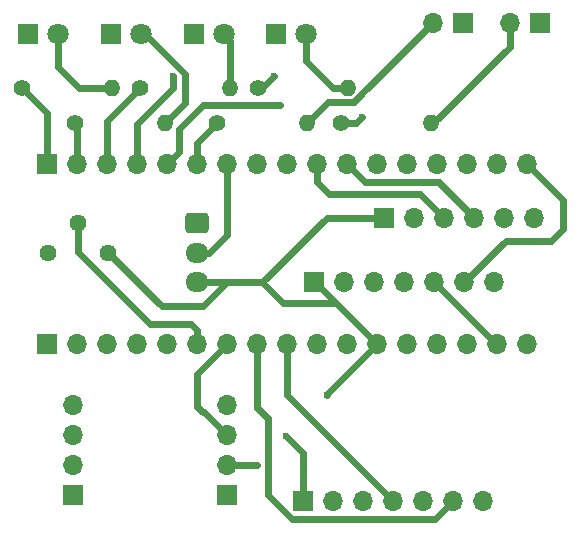
<source format=gbr>
%TF.GenerationSoftware,KiCad,Pcbnew,8.0.8*%
%TF.CreationDate,2025-03-12T17:16:12-06:00*%
%TF.ProjectId,Final_Project_Space_PCB,46696e61-6c5f-4507-926f-6a6563745f53,rev?*%
%TF.SameCoordinates,Original*%
%TF.FileFunction,Copper,L1,Top*%
%TF.FilePolarity,Positive*%
%FSLAX46Y46*%
G04 Gerber Fmt 4.6, Leading zero omitted, Abs format (unit mm)*
G04 Created by KiCad (PCBNEW 8.0.8) date 2025-03-12 17:16:12*
%MOMM*%
%LPD*%
G01*
G04 APERTURE LIST*
G04 Aperture macros list*
%AMRoundRect*
0 Rectangle with rounded corners*
0 $1 Rounding radius*
0 $2 $3 $4 $5 $6 $7 $8 $9 X,Y pos of 4 corners*
0 Add a 4 corners polygon primitive as box body*
4,1,4,$2,$3,$4,$5,$6,$7,$8,$9,$2,$3,0*
0 Add four circle primitives for the rounded corners*
1,1,$1+$1,$2,$3*
1,1,$1+$1,$4,$5*
1,1,$1+$1,$6,$7*
1,1,$1+$1,$8,$9*
0 Add four rect primitives between the rounded corners*
20,1,$1+$1,$2,$3,$4,$5,0*
20,1,$1+$1,$4,$5,$6,$7,0*
20,1,$1+$1,$6,$7,$8,$9,0*
20,1,$1+$1,$8,$9,$2,$3,0*%
G04 Aperture macros list end*
%TA.AperFunction,ComponentPad*%
%ADD10R,1.800000X1.800000*%
%TD*%
%TA.AperFunction,ComponentPad*%
%ADD11C,1.800000*%
%TD*%
%TA.AperFunction,ComponentPad*%
%ADD12C,1.400000*%
%TD*%
%TA.AperFunction,ComponentPad*%
%ADD13O,1.400000X1.400000*%
%TD*%
%TA.AperFunction,ComponentPad*%
%ADD14R,1.700000X1.700000*%
%TD*%
%TA.AperFunction,ComponentPad*%
%ADD15O,1.700000X1.700000*%
%TD*%
%TA.AperFunction,ComponentPad*%
%ADD16C,1.440000*%
%TD*%
%TA.AperFunction,ComponentPad*%
%ADD17RoundRect,0.250000X-0.725000X0.600000X-0.725000X-0.600000X0.725000X-0.600000X0.725000X0.600000X0*%
%TD*%
%TA.AperFunction,ComponentPad*%
%ADD18O,1.950000X1.700000*%
%TD*%
%TA.AperFunction,ViaPad*%
%ADD19C,0.600000*%
%TD*%
%TA.AperFunction,Conductor*%
%ADD20C,0.600000*%
%TD*%
G04 APERTURE END LIST*
D10*
%TO.P,D3,1,K*%
%TO.N,GND*%
X116225000Y-72500000D03*
D11*
%TO.P,D3,2,A*%
%TO.N,Net-(D3-A)*%
X118765000Y-72500000D03*
%TD*%
D12*
%TO.P,R4,1*%
%TO.N,/\u002AD9*%
X121690000Y-77000000D03*
D13*
%TO.P,R4,2*%
%TO.N,Net-(D4-A)*%
X129310000Y-77000000D03*
%TD*%
D10*
%TO.P,D4,1,K*%
%TO.N,GND*%
X123225000Y-72500000D03*
D11*
%TO.P,D4,2,A*%
%TO.N,Net-(D4-A)*%
X125765000Y-72500000D03*
%TD*%
D14*
%TO.P,J4,1,Pin_1*%
%TO.N,GND*%
X139000000Y-71500000D03*
D15*
%TO.P,J4,2,Pin_2*%
%TO.N,Net-(J4-Pin_2)*%
X136460000Y-71500000D03*
%TD*%
D14*
%TO.P,J9,1,Pin_1*%
%TO.N,unconnected-(J9-Pin_1-Pad1)*%
X119000000Y-111500000D03*
D15*
%TO.P,J9,2,Pin_2*%
%TO.N,+5V*%
X119000000Y-108960000D03*
%TO.P,J9,3,Pin_3*%
%TO.N,/A3*%
X119000000Y-106420000D03*
%TO.P,J9,4,Pin_4*%
%TO.N,GND*%
X119000000Y-103880000D03*
%TD*%
D14*
%TO.P,J6,1,Pin_1*%
%TO.N,+5V*%
X125460000Y-112000000D03*
D15*
%TO.P,J6,2,Pin_2*%
%TO.N,unconnected-(J6-Pin_2-Pad2)*%
X128000000Y-112000000D03*
%TO.P,J6,3,Pin_3*%
%TO.N,GND*%
X130540000Y-112000000D03*
%TO.P,J6,4,Pin_4*%
%TO.N,/A5*%
X133080000Y-112000000D03*
%TO.P,J6,5,Pin_5*%
%TO.N,unconnected-(J6-Pin_5-Pad5)*%
X135620000Y-112000000D03*
%TO.P,J6,6,Pin_6*%
%TO.N,/A4*%
X138160000Y-112000000D03*
%TO.P,J6,7,Pin_7*%
%TO.N,unconnected-(J6-Pin_7-Pad7)*%
X140700000Y-112000000D03*
%TD*%
D12*
%TO.P,R1,1*%
%TO.N,/D12*%
X101690000Y-77000000D03*
D13*
%TO.P,R1,2*%
%TO.N,Net-(D1-A)*%
X109310000Y-77000000D03*
%TD*%
D16*
%TO.P,RV1,1,1*%
%TO.N,+5V*%
X109000000Y-91000000D03*
%TO.P,RV1,2,2*%
%TO.N,/A2*%
X106460000Y-88460000D03*
%TO.P,RV1,3,3*%
%TO.N,GND*%
X103920000Y-91000000D03*
%TD*%
D10*
%TO.P,D1,1,K*%
%TO.N,GND*%
X102225000Y-72500000D03*
D11*
%TO.P,D1,2,A*%
%TO.N,Net-(D1-A)*%
X104765000Y-72500000D03*
%TD*%
D14*
%TO.P,J3,1,Pin_1*%
%TO.N,GND*%
X145500000Y-71500000D03*
D15*
%TO.P,J3,2,Pin_2*%
%TO.N,Net-(J3-Pin_2)*%
X142960000Y-71500000D03*
%TD*%
D12*
%TO.P,R6,1*%
%TO.N,/D7*%
X118190000Y-80000000D03*
D13*
%TO.P,R6,2*%
%TO.N,Net-(J4-Pin_2)*%
X125810000Y-80000000D03*
%TD*%
D14*
%TO.P,J7,1,Pin_1*%
%TO.N,+5V*%
X132340000Y-88000000D03*
D15*
%TO.P,J7,2,Pin_2*%
%TO.N,GND*%
X134880000Y-88000000D03*
%TO.P,J7,3,Pin_3*%
%TO.N,/\u002AD3{slash}SCL*%
X137420000Y-88000000D03*
%TO.P,J7,4,Pin_4*%
%TO.N,/D2{slash}SDA*%
X139960000Y-88000000D03*
%TO.P,J7,5,Pin_5*%
%TO.N,unconnected-(J7-Pin_5-Pad5)*%
X142500000Y-88000000D03*
%TO.P,J7,6,Pin_6*%
%TO.N,unconnected-(J7-Pin_6-Pad6)*%
X145040000Y-88000000D03*
%TD*%
D12*
%TO.P,R3,1*%
%TO.N,/\u002AD10*%
X111690000Y-77000000D03*
D13*
%TO.P,R3,2*%
%TO.N,Net-(D3-A)*%
X119310000Y-77000000D03*
%TD*%
D12*
%TO.P,R5,1*%
%TO.N,/D8*%
X128690000Y-80000000D03*
D13*
%TO.P,R5,2*%
%TO.N,Net-(J3-Pin_2)*%
X136310000Y-80000000D03*
%TD*%
D10*
%TO.P,D2,1,K*%
%TO.N,GND*%
X109225000Y-72500000D03*
D11*
%TO.P,D2,2,A*%
%TO.N,Net-(D2-A)*%
X111765000Y-72500000D03*
%TD*%
D14*
%TO.P,J5,1,Pin_1*%
%TO.N,+5V*%
X126420000Y-93500000D03*
D15*
%TO.P,J5,2,Pin_2*%
%TO.N,unconnected-(J5-Pin_2-Pad2)*%
X128960000Y-93500000D03*
%TO.P,J5,3,Pin_3*%
%TO.N,GND*%
X131500000Y-93500000D03*
%TO.P,J5,4,Pin_4*%
%TO.N,unconnected-(J5-Pin_4-Pad4)*%
X134040000Y-93500000D03*
%TO.P,J5,5,Pin_5*%
%TO.N,/D14{slash}MISO*%
X136580000Y-93500000D03*
%TO.P,J5,6,Pin_6*%
%TO.N,/D16{slash}MOSI*%
X139120000Y-93500000D03*
%TO.P,J5,7,Pin_7*%
%TO.N,unconnected-(J5-Pin_7-Pad7)*%
X141660000Y-93500000D03*
%TD*%
D14*
%TO.P,J10,1,Pin_1*%
%TO.N,unconnected-(J10-Pin_1-Pad1)*%
X106000000Y-111500000D03*
D15*
%TO.P,J10,2,Pin_2*%
%TO.N,unconnected-(J10-Pin_2-Pad2)*%
X106000000Y-108960000D03*
%TO.P,J10,3,Pin_3*%
%TO.N,unconnected-(J10-Pin_3-Pad3)*%
X106000000Y-106420000D03*
%TO.P,J10,4,Pin_4*%
%TO.N,unconnected-(J10-Pin_4-Pad4)*%
X106000000Y-103880000D03*
%TD*%
D17*
%TO.P,J8,1,Pin_1*%
%TO.N,GND*%
X116500000Y-88500000D03*
D18*
%TO.P,J8,2,Pin_2*%
%TO.N,/\u002AD6*%
X116500000Y-91000000D03*
%TO.P,J8,3,Pin_3*%
%TO.N,+5V*%
X116500000Y-93500000D03*
%TD*%
D12*
%TO.P,R2,1*%
%TO.N,/\u002AD11*%
X106190000Y-80000000D03*
D13*
%TO.P,R2,2*%
%TO.N,Net-(D2-A)*%
X113810000Y-80000000D03*
%TD*%
D14*
%TO.P,J1,1,Pin_1*%
%TO.N,/\u002AD13*%
X103810000Y-98730000D03*
D15*
%TO.P,J1,2,Pin_2*%
%TO.N,+3V3*%
X106350000Y-98730000D03*
%TO.P,J1,3,Pin_3*%
%TO.N,/AREF*%
X108890000Y-98730000D03*
%TO.P,J1,4,Pin_4*%
%TO.N,/A0*%
X111430000Y-98730000D03*
%TO.P,J1,5,Pin_5*%
%TO.N,/A1*%
X113970000Y-98730000D03*
%TO.P,J1,6,Pin_6*%
%TO.N,/A2*%
X116510000Y-98730000D03*
%TO.P,J1,7,Pin_7*%
%TO.N,/A3*%
X119050000Y-98730000D03*
%TO.P,J1,8,Pin_8*%
%TO.N,/A4*%
X121590000Y-98730000D03*
%TO.P,J1,9,Pin_9*%
%TO.N,/A5*%
X124130000Y-98730000D03*
%TO.P,J1,10,Pin_10*%
%TO.N,unconnected-(J1-Pin_10-Pad10)*%
X126670000Y-98730000D03*
%TO.P,J1,11,Pin_11*%
%TO.N,unconnected-(J1-Pin_11-Pad11)*%
X129210000Y-98730000D03*
%TO.P,J1,12,Pin_12*%
%TO.N,+5V*%
X131750000Y-98730000D03*
%TO.P,J1,13,Pin_13*%
%TO.N,/~{RESET}*%
X134290000Y-98730000D03*
%TO.P,J1,14,Pin_14*%
%TO.N,GND*%
X136830000Y-98730000D03*
%TO.P,J1,15,Pin_15*%
%TO.N,VCC*%
X139370000Y-98730000D03*
%TO.P,J1,16,Pin_16*%
%TO.N,/D14{slash}MISO*%
X141910000Y-98730000D03*
%TO.P,J1,17,Pin_17*%
%TO.N,/D15{slash}SCK*%
X144450000Y-98730000D03*
%TD*%
D14*
%TO.P,J2,1,Pin_1*%
%TO.N,/D12*%
X103810000Y-83490000D03*
D15*
%TO.P,J2,2,Pin_2*%
%TO.N,/\u002AD11*%
X106350000Y-83490000D03*
%TO.P,J2,3,Pin_3*%
%TO.N,/\u002AD10*%
X108890000Y-83490000D03*
%TO.P,J2,4,Pin_4*%
%TO.N,/\u002AD9*%
X111430000Y-83490000D03*
%TO.P,J2,5,Pin_5*%
%TO.N,/D8*%
X113970000Y-83490000D03*
%TO.P,J2,6,Pin_6*%
%TO.N,/D7*%
X116510000Y-83490000D03*
%TO.P,J2,7,Pin_7*%
%TO.N,/\u002AD6*%
X119050000Y-83490000D03*
%TO.P,J2,8,Pin_8*%
%TO.N,/\u002AD5*%
X121590000Y-83490000D03*
%TO.P,J2,9,Pin_9*%
%TO.N,/D4*%
X124130000Y-83490000D03*
%TO.P,J2,10,Pin_10*%
%TO.N,/\u002AD3{slash}SCL*%
X126670000Y-83490000D03*
%TO.P,J2,11,Pin_11*%
%TO.N,/D2{slash}SDA*%
X129210000Y-83490000D03*
%TO.P,J2,12,Pin_12*%
%TO.N,GND*%
X131750000Y-83490000D03*
%TO.P,J2,13,Pin_13*%
%TO.N,/~{RESET}*%
X134290000Y-83490000D03*
%TO.P,J2,14,Pin_14*%
%TO.N,/D0{slash}RX*%
X136830000Y-83490000D03*
%TO.P,J2,15,Pin_15*%
%TO.N,/D1{slash}TX*%
X139370000Y-83490000D03*
%TO.P,J2,16,Pin_16*%
%TO.N,/D17{slash}SS*%
X141910000Y-83490000D03*
%TO.P,J2,17,Pin_17*%
%TO.N,/D16{slash}MOSI*%
X144450000Y-83490000D03*
%TD*%
D19*
%TO.N,/\u002AD9*%
X114500000Y-76000000D03*
X123000000Y-76000000D03*
%TO.N,/D8*%
X123500000Y-78500000D03*
X130500000Y-79500000D03*
%TO.N,+5V*%
X127500000Y-103000000D03*
X124000000Y-106500000D03*
X121540000Y-108960000D03*
%TD*%
D20*
%TO.N,/D14{slash}MISO*%
X136580000Y-93500000D02*
X141810000Y-98730000D01*
X141810000Y-98730000D02*
X141910000Y-98730000D01*
%TO.N,/D12*%
X103810000Y-83490000D02*
X103810000Y-79120000D01*
X103810000Y-79120000D02*
X101690000Y-77000000D01*
%TO.N,/\u002AD11*%
X106350000Y-80160000D02*
X106190000Y-80000000D01*
X106350000Y-83490000D02*
X106350000Y-80160000D01*
%TO.N,/\u002AD10*%
X108890000Y-79800000D02*
X111690000Y-77000000D01*
X108890000Y-83490000D02*
X108890000Y-79800000D01*
%TO.N,/\u002AD9*%
X113500000Y-78000000D02*
X114500000Y-77000000D01*
X111430000Y-80070000D02*
X113500000Y-78000000D01*
X114500000Y-77000000D02*
X114500000Y-76000000D01*
X122000000Y-77000000D02*
X121690000Y-77000000D01*
X111430000Y-83490000D02*
X111430000Y-80070000D01*
X123000000Y-76000000D02*
X122000000Y-77000000D01*
%TO.N,/D8*%
X117000000Y-78500000D02*
X123500000Y-78500000D01*
X113970000Y-83490000D02*
X115010000Y-82450000D01*
X128690000Y-80000000D02*
X130000000Y-80000000D01*
X115010000Y-80490000D02*
X117000000Y-78500000D01*
X115010000Y-82450000D02*
X115010000Y-80490000D01*
X130000000Y-80000000D02*
X130500000Y-79500000D01*
%TO.N,/D7*%
X116510000Y-81680000D02*
X118190000Y-80000000D01*
X116510000Y-83490000D02*
X116510000Y-81680000D01*
%TO.N,/\u002AD6*%
X117500000Y-91000000D02*
X116500000Y-91000000D01*
X119050000Y-83490000D02*
X119050000Y-89450000D01*
X119050000Y-89450000D02*
X117500000Y-91000000D01*
%TO.N,/\u002AD3{slash}SCL*%
X126670000Y-85030000D02*
X127640000Y-86000000D01*
X127640000Y-86000000D02*
X135420000Y-86000000D01*
X126670000Y-83490000D02*
X126670000Y-85030000D01*
X135420000Y-86000000D02*
X137420000Y-88000000D01*
%TO.N,+5V*%
X119000000Y-93500000D02*
X122000000Y-93500000D01*
X125460000Y-107960000D02*
X125460000Y-112000000D01*
X127500000Y-88000000D02*
X132340000Y-88000000D01*
X117000000Y-95500000D02*
X119000000Y-93500000D01*
X119000000Y-108960000D02*
X121540000Y-108960000D01*
X123740000Y-95240000D02*
X128260000Y-95240000D01*
X119000000Y-93500000D02*
X116500000Y-93500000D01*
X131750000Y-98730000D02*
X127500000Y-102980000D01*
X126420000Y-93500000D02*
X126520000Y-93500000D01*
X122000000Y-93500000D02*
X123740000Y-95240000D01*
X125460000Y-107960000D02*
X124000000Y-106500000D01*
X131750000Y-98730000D02*
X128260000Y-95240000D01*
X122000000Y-93500000D02*
X127500000Y-88000000D01*
X126520000Y-93500000D02*
X128260000Y-95240000D01*
X109000000Y-91000000D02*
X113500000Y-95500000D01*
X113500000Y-95500000D02*
X117000000Y-95500000D01*
X127500000Y-102980000D02*
X127500000Y-103000000D01*
%TO.N,/A5*%
X124130000Y-103050000D02*
X133080000Y-112000000D01*
X124130000Y-98730000D02*
X124130000Y-103050000D01*
%TO.N,/A4*%
X121590000Y-98730000D02*
X121590000Y-104090000D01*
X122500000Y-105000000D02*
X122500000Y-111500000D01*
X136660000Y-113500000D02*
X138160000Y-112000000D01*
X121590000Y-104090000D02*
X122500000Y-105000000D01*
X122500000Y-111500000D02*
X124500000Y-113500000D01*
X124500000Y-113500000D02*
X136660000Y-113500000D01*
%TO.N,Net-(D1-A)*%
X104765000Y-75265000D02*
X104765000Y-72500000D01*
X106500000Y-77000000D02*
X104765000Y-75265000D01*
X109310000Y-77000000D02*
X106500000Y-77000000D01*
%TO.N,/A2*%
X116510000Y-97510000D02*
X116000000Y-97000000D01*
X112500000Y-97000000D02*
X106460000Y-90960000D01*
X106460000Y-90960000D02*
X106460000Y-88460000D01*
X116000000Y-97000000D02*
X112500000Y-97000000D01*
X116510000Y-98730000D02*
X116510000Y-97510000D01*
%TO.N,/D2{slash}SDA*%
X129210000Y-83490000D02*
X130720000Y-85000000D01*
X136960000Y-85000000D02*
X139960000Y-88000000D01*
X130720000Y-85000000D02*
X136960000Y-85000000D01*
%TO.N,/D16{slash}MOSI*%
X142620000Y-90000000D02*
X139120000Y-93500000D01*
X147460000Y-86500000D02*
X147500000Y-86500000D01*
X147500000Y-89000000D02*
X146500000Y-90000000D01*
X144450000Y-83490000D02*
X147460000Y-86500000D01*
X147500000Y-86500000D02*
X147500000Y-89000000D01*
X146500000Y-90000000D02*
X142620000Y-90000000D01*
%TO.N,Net-(D2-A)*%
X113810000Y-80000000D02*
X115500000Y-78310000D01*
X115500000Y-78310000D02*
X115500000Y-75868629D01*
X115500000Y-75868629D02*
X112131371Y-72500000D01*
X112131371Y-72500000D02*
X111765000Y-72500000D01*
%TO.N,Net-(D3-A)*%
X119310000Y-73045000D02*
X118765000Y-72500000D01*
X119310000Y-77000000D02*
X119310000Y-73045000D01*
%TO.N,Net-(D4-A)*%
X129310000Y-77000000D02*
X128000000Y-77000000D01*
X128000000Y-77000000D02*
X125765000Y-74765000D01*
X125765000Y-74765000D02*
X125765000Y-72500000D01*
%TO.N,Net-(J3-Pin_2)*%
X136500000Y-80000000D02*
X142960000Y-73540000D01*
X136310000Y-80000000D02*
X136500000Y-80000000D01*
X142960000Y-73540000D02*
X142960000Y-71500000D01*
%TO.N,Net-(J4-Pin_2)*%
X130510000Y-77450000D02*
X136460000Y-71500000D01*
X127610000Y-78200000D02*
X129807057Y-78200000D01*
X129807057Y-78200000D02*
X130510000Y-77497057D01*
X125810000Y-80000000D02*
X127610000Y-78200000D01*
X130510000Y-77497057D02*
X130510000Y-77450000D01*
X136460000Y-71500000D02*
X136540000Y-71500000D01*
%TO.N,/A3*%
X117000000Y-104500000D02*
X116500000Y-104000000D01*
X117080000Y-104500000D02*
X119000000Y-106420000D01*
X117080000Y-104500000D02*
X117000000Y-104500000D01*
X119050000Y-98730000D02*
X116500000Y-101280000D01*
X116500000Y-104000000D02*
X116500000Y-101280000D01*
%TD*%
M02*

</source>
